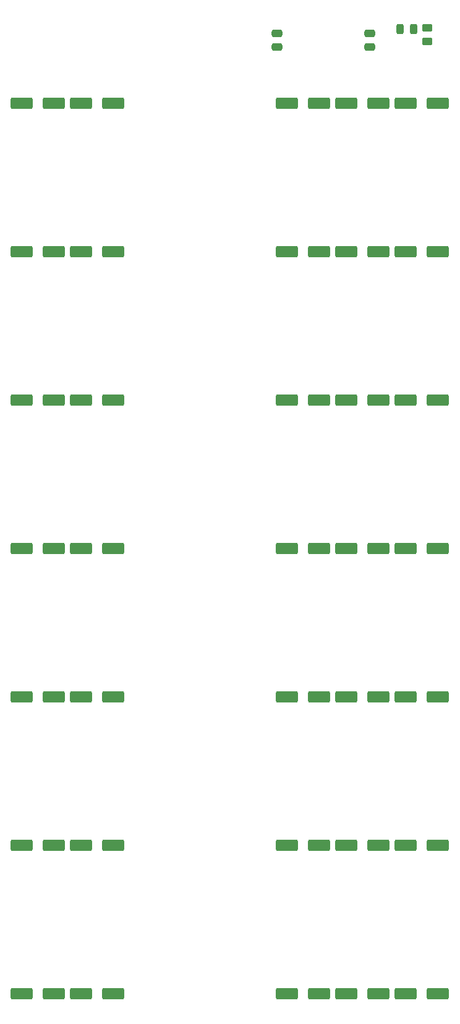
<source format=gbr>
%TF.GenerationSoftware,KiCad,Pcbnew,(6.0.7)*%
%TF.CreationDate,2023-04-17T16:20:31-06:00*%
%TF.ProjectId,Malebolge,4d616c65-626f-46c6-9765-2e6b69636164,rev?*%
%TF.SameCoordinates,Original*%
%TF.FileFunction,Paste,Top*%
%TF.FilePolarity,Positive*%
%FSLAX46Y46*%
G04 Gerber Fmt 4.6, Leading zero omitted, Abs format (unit mm)*
G04 Created by KiCad (PCBNEW (6.0.7)) date 2023-04-17 16:20:31*
%MOMM*%
%LPD*%
G01*
G04 APERTURE LIST*
G04 Aperture macros list*
%AMRoundRect*
0 Rectangle with rounded corners*
0 $1 Rounding radius*
0 $2 $3 $4 $5 $6 $7 $8 $9 X,Y pos of 4 corners*
0 Add a 4 corners polygon primitive as box body*
4,1,4,$2,$3,$4,$5,$6,$7,$8,$9,$2,$3,0*
0 Add four circle primitives for the rounded corners*
1,1,$1+$1,$2,$3*
1,1,$1+$1,$4,$5*
1,1,$1+$1,$6,$7*
1,1,$1+$1,$8,$9*
0 Add four rect primitives between the rounded corners*
20,1,$1+$1,$2,$3,$4,$5,0*
20,1,$1+$1,$4,$5,$6,$7,0*
20,1,$1+$1,$6,$7,$8,$9,0*
20,1,$1+$1,$8,$9,$2,$3,0*%
G04 Aperture macros list end*
%ADD10RoundRect,0.250000X-0.450000X0.262500X-0.450000X-0.262500X0.450000X-0.262500X0.450000X0.262500X0*%
%ADD11RoundRect,0.243750X-0.243750X-0.456250X0.243750X-0.456250X0.243750X0.456250X-0.243750X0.456250X0*%
%ADD12RoundRect,0.250000X-1.250000X-0.550000X1.250000X-0.550000X1.250000X0.550000X-1.250000X0.550000X0*%
%ADD13RoundRect,0.250000X0.475000X-0.250000X0.475000X0.250000X-0.475000X0.250000X-0.475000X-0.250000X0*%
G04 APERTURE END LIST*
D10*
%TO.C,R1*%
X107442000Y-12549500D03*
X107442000Y-14374500D03*
%TD*%
D11*
%TO.C,D1*%
X103710500Y-12700000D03*
X105585500Y-12700000D03*
%TD*%
D12*
%TO.C,C38*%
X104480000Y-144780000D03*
X108880000Y-144780000D03*
%TD*%
%TO.C,C33*%
X104480000Y-124460000D03*
X108880000Y-124460000D03*
%TD*%
%TO.C,C28*%
X104480000Y-104140000D03*
X108880000Y-104140000D03*
%TD*%
%TO.C,C23*%
X104480000Y-83820000D03*
X108880000Y-83820000D03*
%TD*%
%TO.C,C18*%
X104480000Y-63500000D03*
X108880000Y-63500000D03*
%TD*%
%TO.C,C13*%
X104480000Y-43180000D03*
X108880000Y-43180000D03*
%TD*%
%TO.C,C8*%
X104480000Y-22860000D03*
X108880000Y-22860000D03*
%TD*%
%TO.C,C37*%
X96352000Y-144780000D03*
X100752000Y-144780000D03*
%TD*%
%TO.C,C32*%
X96352000Y-124460000D03*
X100752000Y-124460000D03*
%TD*%
%TO.C,C27*%
X96352000Y-104140000D03*
X100752000Y-104140000D03*
%TD*%
%TO.C,C22*%
X96352000Y-83820000D03*
X100752000Y-83820000D03*
%TD*%
%TO.C,C17*%
X100752000Y-63500000D03*
X96352000Y-63500000D03*
%TD*%
%TO.C,C12*%
X96352000Y-43180000D03*
X100752000Y-43180000D03*
%TD*%
%TO.C,C7*%
X96352000Y-22860000D03*
X100752000Y-22860000D03*
%TD*%
%TO.C,C36*%
X88219278Y-144780000D03*
X92619278Y-144780000D03*
%TD*%
%TO.C,C31*%
X88219278Y-124460000D03*
X92619278Y-124460000D03*
%TD*%
%TO.C,C26*%
X88219278Y-104140000D03*
X92619278Y-104140000D03*
%TD*%
%TO.C,C21*%
X88219278Y-83820000D03*
X92619278Y-83820000D03*
%TD*%
%TO.C,C16*%
X88219278Y-63500000D03*
X92619278Y-63500000D03*
%TD*%
%TO.C,C11*%
X88219278Y-43180000D03*
X92619278Y-43180000D03*
%TD*%
%TO.C,C5*%
X88219278Y-22860000D03*
X92619278Y-22860000D03*
%TD*%
%TO.C,C35*%
X60030000Y-144780000D03*
X64430000Y-144780000D03*
%TD*%
%TO.C,C30*%
X60030000Y-124460000D03*
X64430000Y-124460000D03*
%TD*%
%TO.C,C25*%
X60030000Y-104140000D03*
X64430000Y-104140000D03*
%TD*%
%TO.C,C20*%
X60030000Y-83820000D03*
X64430000Y-83820000D03*
%TD*%
%TO.C,C15*%
X60030000Y-63500000D03*
X64430000Y-63500000D03*
%TD*%
%TO.C,C10*%
X60030000Y-43180000D03*
X64430000Y-43180000D03*
%TD*%
%TO.C,C4*%
X60030000Y-22860000D03*
X64430000Y-22860000D03*
%TD*%
%TO.C,C34*%
X56302000Y-144780000D03*
X51902000Y-144780000D03*
%TD*%
%TO.C,C29*%
X51902000Y-124460000D03*
X56302000Y-124460000D03*
%TD*%
%TO.C,C24*%
X51902000Y-104140000D03*
X56302000Y-104140000D03*
%TD*%
%TO.C,C19*%
X51902000Y-83820000D03*
X56302000Y-83820000D03*
%TD*%
%TO.C,C14*%
X51902000Y-63500000D03*
X56302000Y-63500000D03*
%TD*%
%TO.C,C9*%
X51902000Y-43180000D03*
X56302000Y-43180000D03*
%TD*%
%TO.C,C3*%
X51902000Y-22860000D03*
X56302000Y-22860000D03*
%TD*%
D13*
%TO.C,C2*%
X99568000Y-15179000D03*
X99568000Y-13279000D03*
%TD*%
%TO.C,C1*%
X86868000Y-15179000D03*
X86868000Y-13279000D03*
%TD*%
M02*

</source>
